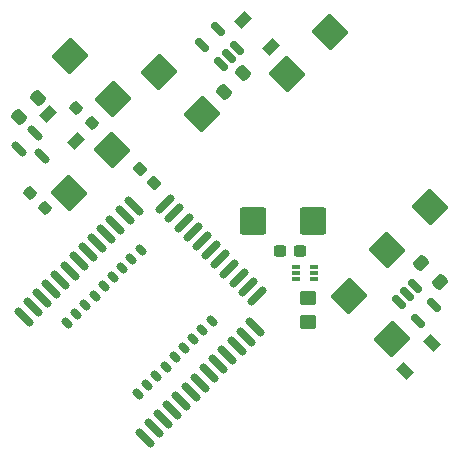
<source format=gbr>
%TF.GenerationSoftware,KiCad,Pcbnew,8.0.5*%
%TF.CreationDate,2025-04-26T14:00:33+02:00*%
%TF.ProjectId,vlvts,766c7674-732e-46b6-9963-61645f706362,rev?*%
%TF.SameCoordinates,Original*%
%TF.FileFunction,Paste,Bot*%
%TF.FilePolarity,Positive*%
%FSLAX46Y46*%
G04 Gerber Fmt 4.6, Leading zero omitted, Abs format (unit mm)*
G04 Created by KiCad (PCBNEW 8.0.5) date 2025-04-26 14:00:33*
%MOMM*%
%LPD*%
G01*
G04 APERTURE LIST*
G04 Aperture macros list*
%AMRoundRect*
0 Rectangle with rounded corners*
0 $1 Rounding radius*
0 $2 $3 $4 $5 $6 $7 $8 $9 X,Y pos of 4 corners*
0 Add a 4 corners polygon primitive as box body*
4,1,4,$2,$3,$4,$5,$6,$7,$8,$9,$2,$3,0*
0 Add four circle primitives for the rounded corners*
1,1,$1+$1,$2,$3*
1,1,$1+$1,$4,$5*
1,1,$1+$1,$6,$7*
1,1,$1+$1,$8,$9*
0 Add four rect primitives between the rounded corners*
20,1,$1+$1,$2,$3,$4,$5,0*
20,1,$1+$1,$4,$5,$6,$7,0*
20,1,$1+$1,$6,$7,$8,$9,0*
20,1,$1+$1,$8,$9,$2,$3,0*%
%AMRotRect*
0 Rectangle, with rotation*
0 The origin of the aperture is its center*
0 $1 length*
0 $2 width*
0 $3 Rotation angle, in degrees counterclockwise*
0 Add horizontal line*
21,1,$1,$2,0,0,$3*%
G04 Aperture macros list end*
%ADD10RoundRect,0.250000X1.272792X0.035355X0.035355X1.272792X-1.272792X-0.035355X-0.035355X-1.272792X0*%
%ADD11RoundRect,0.150000X-0.521491X0.309359X0.309359X-0.521491X0.521491X-0.309359X-0.309359X0.521491X0*%
%ADD12RoundRect,0.250000X0.875000X0.925000X-0.875000X0.925000X-0.875000X-0.925000X0.875000X-0.925000X0*%
%ADD13RoundRect,0.250000X0.053033X-0.441942X0.441942X-0.053033X-0.053033X0.441942X-0.441942X0.053033X0*%
%ADD14RoundRect,0.250000X0.035355X-1.272792X1.272792X-0.035355X-0.035355X1.272792X-1.272792X0.035355X0*%
%ADD15RoundRect,0.237500X-0.344715X0.008839X0.008839X-0.344715X0.344715X-0.008839X-0.008839X0.344715X0*%
%ADD16RoundRect,0.250000X-0.035355X1.272792X-1.272792X0.035355X0.035355X-1.272792X1.272792X-0.035355X0*%
%ADD17RoundRect,0.175000X-0.707107X0.459619X0.459619X-0.707107X0.707107X-0.459619X-0.459619X0.707107X0*%
%ADD18RoundRect,0.175000X0.459619X0.707107X-0.707107X-0.459619X-0.459619X-0.707107X0.707107X0.459619X0*%
%ADD19RoundRect,0.175000X-0.353553X0.106066X0.106066X-0.353553X0.353553X-0.106066X-0.106066X0.353553X0*%
%ADD20RoundRect,0.150000X-0.468458X0.256326X0.256326X-0.468458X0.468458X-0.256326X-0.256326X0.468458X0*%
%ADD21RotRect,0.900000X1.200000X135.000000*%
%ADD22RotRect,0.900000X1.200000X315.000000*%
%ADD23RoundRect,0.237500X0.380070X-0.044194X-0.044194X0.380070X-0.380070X0.044194X0.044194X-0.380070X0*%
%ADD24RotRect,0.900000X1.200000X45.000000*%
%ADD25RoundRect,0.237500X0.300000X0.237500X-0.300000X0.237500X-0.300000X-0.237500X0.300000X-0.237500X0*%
%ADD26RoundRect,0.250000X-0.053033X0.441942X-0.441942X0.053033X0.053033X-0.441942X0.441942X-0.053033X0*%
%ADD27R,0.700000X0.340000*%
%ADD28RoundRect,0.250000X-0.450000X0.350000X-0.450000X-0.350000X0.450000X-0.350000X0.450000X0.350000X0*%
%ADD29RoundRect,0.150000X0.468458X-0.256326X-0.256326X0.468458X-0.468458X0.256326X0.256326X-0.468458X0*%
%ADD30RoundRect,0.250000X-1.272792X-0.035355X-0.035355X-1.272792X1.272792X0.035355X0.035355X1.272792X0*%
%ADD31RoundRect,0.250000X-0.441942X-0.053033X-0.053033X-0.441942X0.441942X0.053033X0.053033X0.441942X0*%
G04 APERTURE END LIST*
D10*
%TO.C,C2*%
X76775590Y-89082064D03*
X73169346Y-85475820D03*
%TD*%
D11*
%TO.C,U1*%
X61278762Y-91973484D03*
X62622265Y-90629981D03*
X63276339Y-92627558D03*
%TD*%
D12*
%TO.C,C8*%
X86171178Y-98146446D03*
X81071178Y-98146446D03*
%TD*%
D13*
%TO.C,L3*%
X78649424Y-87194092D03*
X80275770Y-85567746D03*
%TD*%
D14*
%TO.C,C6*%
X84018056Y-85699568D03*
X87624300Y-82093324D03*
%TD*%
D15*
%TO.C,R2*%
X62209530Y-95709530D03*
X63500000Y-97000000D03*
%TD*%
D16*
%TO.C,C3*%
X69168117Y-92119092D03*
X65561873Y-95725336D03*
%TD*%
D15*
%TO.C,R6*%
X66151431Y-88511398D03*
X67441901Y-89801868D03*
%TD*%
D17*
%TO.C,U6*%
X61678707Y-106200675D03*
X62456525Y-105422858D03*
X63234342Y-104645041D03*
X64012160Y-103867223D03*
X64789977Y-103089406D03*
X65567795Y-102311588D03*
X66345612Y-101533771D03*
X67123429Y-100755953D03*
X67901247Y-99978136D03*
X68679064Y-99200318D03*
X69456882Y-98422501D03*
X70234699Y-97644683D03*
X71012517Y-96866866D03*
D18*
X73664167Y-96690089D03*
X74441985Y-97467907D03*
X75219802Y-98245724D03*
X75997620Y-99023542D03*
X76775437Y-99801359D03*
X77553254Y-100579177D03*
X78331072Y-101356994D03*
X79108889Y-102134811D03*
X79886707Y-102912629D03*
X80664524Y-103690446D03*
X81442342Y-104468264D03*
D17*
X81265565Y-107119914D03*
X80487748Y-107897732D03*
X79709930Y-108675549D03*
X78932113Y-109453367D03*
X78154295Y-110231184D03*
X77376478Y-111009002D03*
X76598660Y-111786819D03*
X75820843Y-112564636D03*
X75043025Y-113342454D03*
X74265208Y-114120271D03*
X73487390Y-114898089D03*
X72709573Y-115675906D03*
X71931756Y-116453724D03*
D19*
X65355662Y-106766361D03*
X66133480Y-105988543D03*
X66911297Y-105210726D03*
X67689115Y-104432909D03*
X68466932Y-103655091D03*
X69244750Y-102877274D03*
X70022567Y-102099456D03*
X70800385Y-101321639D03*
X71578202Y-100543821D03*
X71366070Y-112776769D03*
X72143888Y-111998951D03*
X72921705Y-111221134D03*
X73699522Y-110443316D03*
X74477340Y-109665499D03*
X75255157Y-108887681D03*
X76032975Y-108109864D03*
X76810792Y-107332046D03*
X77588610Y-106554229D03*
%TD*%
D20*
%TO.C,U2*%
X93466124Y-104968457D03*
X94137875Y-104296706D03*
X94809626Y-103624955D03*
X96418294Y-105233623D03*
X95074792Y-106577125D03*
%TD*%
D21*
%TO.C,D42*%
X66113604Y-91363603D03*
X63780152Y-89030151D03*
%TD*%
D22*
%TO.C,D44*%
X80271529Y-81083272D03*
X82604981Y-83416724D03*
%TD*%
D23*
%TO.C,C9*%
X72744929Y-94922322D03*
X71525169Y-93702562D03*
%TD*%
D24*
%TO.C,D43*%
X93950395Y-110771847D03*
X96283847Y-108438395D03*
%TD*%
D25*
%TO.C,C7*%
X85071178Y-100646446D03*
X83346178Y-100646446D03*
%TD*%
D26*
%TO.C,L1*%
X62931624Y-87686649D03*
X61305278Y-89312995D03*
%TD*%
D16*
%TO.C,C5*%
X96082064Y-96949514D03*
X92475820Y-100555758D03*
%TD*%
D10*
%TO.C,C4*%
X92856244Y-108106242D03*
X89250000Y-104499998D03*
%TD*%
D27*
%TO.C,U4*%
X84728678Y-103008445D03*
X84728678Y-102508445D03*
X84728678Y-102008445D03*
X86228678Y-102008445D03*
X86228678Y-102508445D03*
X86228678Y-103008445D03*
%TD*%
D28*
%TO.C,R1*%
X85740677Y-104646446D03*
X85740677Y-106646446D03*
%TD*%
D29*
%TO.C,U3*%
X79757815Y-83446070D03*
X79086064Y-84117821D03*
X78414313Y-84789572D03*
X76805645Y-83180904D03*
X78149147Y-81837402D03*
%TD*%
D30*
%TO.C,C1*%
X65643756Y-84143756D03*
X69250000Y-87750000D03*
%TD*%
D31*
%TO.C,L2*%
X95304247Y-101624902D03*
X96930593Y-103251248D03*
%TD*%
M02*

</source>
